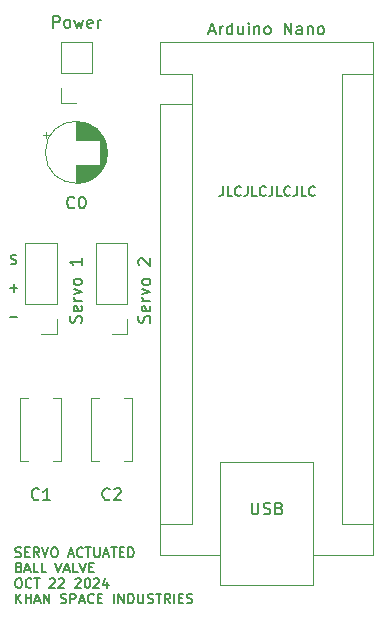
<source format=gto>
G04 #@! TF.GenerationSoftware,KiCad,Pcbnew,8.0.4*
G04 #@! TF.CreationDate,2024-10-22T19:27:37-07:00*
G04 #@! TF.ProjectId,Valve,56616c76-652e-46b6-9963-61645f706362,rev?*
G04 #@! TF.SameCoordinates,Original*
G04 #@! TF.FileFunction,Legend,Top*
G04 #@! TF.FilePolarity,Positive*
%FSLAX46Y46*%
G04 Gerber Fmt 4.6, Leading zero omitted, Abs format (unit mm)*
G04 Created by KiCad (PCBNEW 8.0.4) date 2024-10-22 19:27:37*
%MOMM*%
%LPD*%
G01*
G04 APERTURE LIST*
%ADD10C,0.152400*%
%ADD11C,0.150000*%
%ADD12C,0.120000*%
%ADD13R,1.700000X1.700000*%
%ADD14O,1.700000X1.700000*%
%ADD15C,1.600000*%
%ADD16R,1.600000X1.600000*%
%ADD17O,1.600000X1.600000*%
G04 APERTURE END LIST*
D10*
X144426015Y-89879803D02*
X144426015Y-90460375D01*
X144426015Y-90460375D02*
X144387310Y-90576489D01*
X144387310Y-90576489D02*
X144309901Y-90653899D01*
X144309901Y-90653899D02*
X144193786Y-90692603D01*
X144193786Y-90692603D02*
X144116377Y-90692603D01*
X145200110Y-90692603D02*
X144813062Y-90692603D01*
X144813062Y-90692603D02*
X144813062Y-89879803D01*
X145935500Y-90615194D02*
X145896796Y-90653899D01*
X145896796Y-90653899D02*
X145780681Y-90692603D01*
X145780681Y-90692603D02*
X145703272Y-90692603D01*
X145703272Y-90692603D02*
X145587158Y-90653899D01*
X145587158Y-90653899D02*
X145509748Y-90576489D01*
X145509748Y-90576489D02*
X145471043Y-90499079D01*
X145471043Y-90499079D02*
X145432339Y-90344260D01*
X145432339Y-90344260D02*
X145432339Y-90228146D01*
X145432339Y-90228146D02*
X145471043Y-90073327D01*
X145471043Y-90073327D02*
X145509748Y-89995918D01*
X145509748Y-89995918D02*
X145587158Y-89918508D01*
X145587158Y-89918508D02*
X145703272Y-89879803D01*
X145703272Y-89879803D02*
X145780681Y-89879803D01*
X145780681Y-89879803D02*
X145896796Y-89918508D01*
X145896796Y-89918508D02*
X145935500Y-89957213D01*
X146516072Y-89879803D02*
X146516072Y-90460375D01*
X146516072Y-90460375D02*
X146477367Y-90576489D01*
X146477367Y-90576489D02*
X146399958Y-90653899D01*
X146399958Y-90653899D02*
X146283843Y-90692603D01*
X146283843Y-90692603D02*
X146206434Y-90692603D01*
X147290167Y-90692603D02*
X146903119Y-90692603D01*
X146903119Y-90692603D02*
X146903119Y-89879803D01*
X148025557Y-90615194D02*
X147986853Y-90653899D01*
X147986853Y-90653899D02*
X147870738Y-90692603D01*
X147870738Y-90692603D02*
X147793329Y-90692603D01*
X147793329Y-90692603D02*
X147677215Y-90653899D01*
X147677215Y-90653899D02*
X147599805Y-90576489D01*
X147599805Y-90576489D02*
X147561100Y-90499079D01*
X147561100Y-90499079D02*
X147522396Y-90344260D01*
X147522396Y-90344260D02*
X147522396Y-90228146D01*
X147522396Y-90228146D02*
X147561100Y-90073327D01*
X147561100Y-90073327D02*
X147599805Y-89995918D01*
X147599805Y-89995918D02*
X147677215Y-89918508D01*
X147677215Y-89918508D02*
X147793329Y-89879803D01*
X147793329Y-89879803D02*
X147870738Y-89879803D01*
X147870738Y-89879803D02*
X147986853Y-89918508D01*
X147986853Y-89918508D02*
X148025557Y-89957213D01*
X148606129Y-89879803D02*
X148606129Y-90460375D01*
X148606129Y-90460375D02*
X148567424Y-90576489D01*
X148567424Y-90576489D02*
X148490015Y-90653899D01*
X148490015Y-90653899D02*
X148373900Y-90692603D01*
X148373900Y-90692603D02*
X148296491Y-90692603D01*
X149380224Y-90692603D02*
X148993176Y-90692603D01*
X148993176Y-90692603D02*
X148993176Y-89879803D01*
X150115614Y-90615194D02*
X150076910Y-90653899D01*
X150076910Y-90653899D02*
X149960795Y-90692603D01*
X149960795Y-90692603D02*
X149883386Y-90692603D01*
X149883386Y-90692603D02*
X149767272Y-90653899D01*
X149767272Y-90653899D02*
X149689862Y-90576489D01*
X149689862Y-90576489D02*
X149651157Y-90499079D01*
X149651157Y-90499079D02*
X149612453Y-90344260D01*
X149612453Y-90344260D02*
X149612453Y-90228146D01*
X149612453Y-90228146D02*
X149651157Y-90073327D01*
X149651157Y-90073327D02*
X149689862Y-89995918D01*
X149689862Y-89995918D02*
X149767272Y-89918508D01*
X149767272Y-89918508D02*
X149883386Y-89879803D01*
X149883386Y-89879803D02*
X149960795Y-89879803D01*
X149960795Y-89879803D02*
X150076910Y-89918508D01*
X150076910Y-89918508D02*
X150115614Y-89957213D01*
X150696186Y-89879803D02*
X150696186Y-90460375D01*
X150696186Y-90460375D02*
X150657481Y-90576489D01*
X150657481Y-90576489D02*
X150580072Y-90653899D01*
X150580072Y-90653899D02*
X150463957Y-90692603D01*
X150463957Y-90692603D02*
X150386548Y-90692603D01*
X151470281Y-90692603D02*
X151083233Y-90692603D01*
X151083233Y-90692603D02*
X151083233Y-89879803D01*
X152205671Y-90615194D02*
X152166967Y-90653899D01*
X152166967Y-90653899D02*
X152050852Y-90692603D01*
X152050852Y-90692603D02*
X151973443Y-90692603D01*
X151973443Y-90692603D02*
X151857329Y-90653899D01*
X151857329Y-90653899D02*
X151779919Y-90576489D01*
X151779919Y-90576489D02*
X151741214Y-90499079D01*
X151741214Y-90499079D02*
X151702510Y-90344260D01*
X151702510Y-90344260D02*
X151702510Y-90228146D01*
X151702510Y-90228146D02*
X151741214Y-90073327D01*
X151741214Y-90073327D02*
X151779919Y-89995918D01*
X151779919Y-89995918D02*
X151857329Y-89918508D01*
X151857329Y-89918508D02*
X151973443Y-89879803D01*
X151973443Y-89879803D02*
X152050852Y-89879803D01*
X152050852Y-89879803D02*
X152166967Y-89918508D01*
X152166967Y-89918508D02*
X152205671Y-89957213D01*
X126855082Y-121228213D02*
X126971196Y-121266917D01*
X126971196Y-121266917D02*
X127164720Y-121266917D01*
X127164720Y-121266917D02*
X127242129Y-121228213D01*
X127242129Y-121228213D02*
X127280834Y-121189508D01*
X127280834Y-121189508D02*
X127319539Y-121112098D01*
X127319539Y-121112098D02*
X127319539Y-121034689D01*
X127319539Y-121034689D02*
X127280834Y-120957279D01*
X127280834Y-120957279D02*
X127242129Y-120918574D01*
X127242129Y-120918574D02*
X127164720Y-120879870D01*
X127164720Y-120879870D02*
X127009901Y-120841165D01*
X127009901Y-120841165D02*
X126932491Y-120802460D01*
X126932491Y-120802460D02*
X126893786Y-120763755D01*
X126893786Y-120763755D02*
X126855082Y-120686346D01*
X126855082Y-120686346D02*
X126855082Y-120608936D01*
X126855082Y-120608936D02*
X126893786Y-120531527D01*
X126893786Y-120531527D02*
X126932491Y-120492822D01*
X126932491Y-120492822D02*
X127009901Y-120454117D01*
X127009901Y-120454117D02*
X127203424Y-120454117D01*
X127203424Y-120454117D02*
X127319539Y-120492822D01*
X127667881Y-120841165D02*
X127938815Y-120841165D01*
X128054929Y-121266917D02*
X127667881Y-121266917D01*
X127667881Y-121266917D02*
X127667881Y-120454117D01*
X127667881Y-120454117D02*
X128054929Y-120454117D01*
X128867728Y-121266917D02*
X128596795Y-120879870D01*
X128403271Y-121266917D02*
X128403271Y-120454117D01*
X128403271Y-120454117D02*
X128712909Y-120454117D01*
X128712909Y-120454117D02*
X128790319Y-120492822D01*
X128790319Y-120492822D02*
X128829024Y-120531527D01*
X128829024Y-120531527D02*
X128867728Y-120608936D01*
X128867728Y-120608936D02*
X128867728Y-120725051D01*
X128867728Y-120725051D02*
X128829024Y-120802460D01*
X128829024Y-120802460D02*
X128790319Y-120841165D01*
X128790319Y-120841165D02*
X128712909Y-120879870D01*
X128712909Y-120879870D02*
X128403271Y-120879870D01*
X129099957Y-120454117D02*
X129370890Y-121266917D01*
X129370890Y-121266917D02*
X129641824Y-120454117D01*
X130067576Y-120454117D02*
X130222395Y-120454117D01*
X130222395Y-120454117D02*
X130299805Y-120492822D01*
X130299805Y-120492822D02*
X130377214Y-120570232D01*
X130377214Y-120570232D02*
X130415919Y-120725051D01*
X130415919Y-120725051D02*
X130415919Y-120995984D01*
X130415919Y-120995984D02*
X130377214Y-121150803D01*
X130377214Y-121150803D02*
X130299805Y-121228213D01*
X130299805Y-121228213D02*
X130222395Y-121266917D01*
X130222395Y-121266917D02*
X130067576Y-121266917D01*
X130067576Y-121266917D02*
X129990167Y-121228213D01*
X129990167Y-121228213D02*
X129912757Y-121150803D01*
X129912757Y-121150803D02*
X129874053Y-120995984D01*
X129874053Y-120995984D02*
X129874053Y-120725051D01*
X129874053Y-120725051D02*
X129912757Y-120570232D01*
X129912757Y-120570232D02*
X129990167Y-120492822D01*
X129990167Y-120492822D02*
X130067576Y-120454117D01*
X131344834Y-121034689D02*
X131731881Y-121034689D01*
X131267424Y-121266917D02*
X131538357Y-120454117D01*
X131538357Y-120454117D02*
X131809291Y-121266917D01*
X132544681Y-121189508D02*
X132505977Y-121228213D01*
X132505977Y-121228213D02*
X132389862Y-121266917D01*
X132389862Y-121266917D02*
X132312453Y-121266917D01*
X132312453Y-121266917D02*
X132196339Y-121228213D01*
X132196339Y-121228213D02*
X132118929Y-121150803D01*
X132118929Y-121150803D02*
X132080224Y-121073393D01*
X132080224Y-121073393D02*
X132041520Y-120918574D01*
X132041520Y-120918574D02*
X132041520Y-120802460D01*
X132041520Y-120802460D02*
X132080224Y-120647641D01*
X132080224Y-120647641D02*
X132118929Y-120570232D01*
X132118929Y-120570232D02*
X132196339Y-120492822D01*
X132196339Y-120492822D02*
X132312453Y-120454117D01*
X132312453Y-120454117D02*
X132389862Y-120454117D01*
X132389862Y-120454117D02*
X132505977Y-120492822D01*
X132505977Y-120492822D02*
X132544681Y-120531527D01*
X132776910Y-120454117D02*
X133241367Y-120454117D01*
X133009139Y-121266917D02*
X133009139Y-120454117D01*
X133512300Y-120454117D02*
X133512300Y-121112098D01*
X133512300Y-121112098D02*
X133551005Y-121189508D01*
X133551005Y-121189508D02*
X133589710Y-121228213D01*
X133589710Y-121228213D02*
X133667119Y-121266917D01*
X133667119Y-121266917D02*
X133821938Y-121266917D01*
X133821938Y-121266917D02*
X133899348Y-121228213D01*
X133899348Y-121228213D02*
X133938053Y-121189508D01*
X133938053Y-121189508D02*
X133976757Y-121112098D01*
X133976757Y-121112098D02*
X133976757Y-120454117D01*
X134325101Y-121034689D02*
X134712148Y-121034689D01*
X134247691Y-121266917D02*
X134518624Y-120454117D01*
X134518624Y-120454117D02*
X134789558Y-121266917D01*
X134944377Y-120454117D02*
X135408834Y-120454117D01*
X135176606Y-121266917D02*
X135176606Y-120454117D01*
X135679767Y-120841165D02*
X135950701Y-120841165D01*
X136066815Y-121266917D02*
X135679767Y-121266917D01*
X135679767Y-121266917D02*
X135679767Y-120454117D01*
X135679767Y-120454117D02*
X136066815Y-120454117D01*
X136415157Y-121266917D02*
X136415157Y-120454117D01*
X136415157Y-120454117D02*
X136608681Y-120454117D01*
X136608681Y-120454117D02*
X136724795Y-120492822D01*
X136724795Y-120492822D02*
X136802205Y-120570232D01*
X136802205Y-120570232D02*
X136840910Y-120647641D01*
X136840910Y-120647641D02*
X136879614Y-120802460D01*
X136879614Y-120802460D02*
X136879614Y-120918574D01*
X136879614Y-120918574D02*
X136840910Y-121073393D01*
X136840910Y-121073393D02*
X136802205Y-121150803D01*
X136802205Y-121150803D02*
X136724795Y-121228213D01*
X136724795Y-121228213D02*
X136608681Y-121266917D01*
X136608681Y-121266917D02*
X136415157Y-121266917D01*
X127164720Y-122149727D02*
X127280834Y-122188432D01*
X127280834Y-122188432D02*
X127319539Y-122227136D01*
X127319539Y-122227136D02*
X127358243Y-122304546D01*
X127358243Y-122304546D02*
X127358243Y-122420660D01*
X127358243Y-122420660D02*
X127319539Y-122498070D01*
X127319539Y-122498070D02*
X127280834Y-122536775D01*
X127280834Y-122536775D02*
X127203424Y-122575479D01*
X127203424Y-122575479D02*
X126893786Y-122575479D01*
X126893786Y-122575479D02*
X126893786Y-121762679D01*
X126893786Y-121762679D02*
X127164720Y-121762679D01*
X127164720Y-121762679D02*
X127242129Y-121801384D01*
X127242129Y-121801384D02*
X127280834Y-121840089D01*
X127280834Y-121840089D02*
X127319539Y-121917498D01*
X127319539Y-121917498D02*
X127319539Y-121994908D01*
X127319539Y-121994908D02*
X127280834Y-122072317D01*
X127280834Y-122072317D02*
X127242129Y-122111022D01*
X127242129Y-122111022D02*
X127164720Y-122149727D01*
X127164720Y-122149727D02*
X126893786Y-122149727D01*
X127667882Y-122343251D02*
X128054929Y-122343251D01*
X127590472Y-122575479D02*
X127861405Y-121762679D01*
X127861405Y-121762679D02*
X128132339Y-122575479D01*
X128790320Y-122575479D02*
X128403272Y-122575479D01*
X128403272Y-122575479D02*
X128403272Y-121762679D01*
X129448301Y-122575479D02*
X129061253Y-122575479D01*
X129061253Y-122575479D02*
X129061253Y-121762679D01*
X130222396Y-121762679D02*
X130493329Y-122575479D01*
X130493329Y-122575479D02*
X130764263Y-121762679D01*
X130996492Y-122343251D02*
X131383539Y-122343251D01*
X130919082Y-122575479D02*
X131190015Y-121762679D01*
X131190015Y-121762679D02*
X131460949Y-122575479D01*
X132118930Y-122575479D02*
X131731882Y-122575479D01*
X131731882Y-122575479D02*
X131731882Y-121762679D01*
X132273749Y-121762679D02*
X132544682Y-122575479D01*
X132544682Y-122575479D02*
X132815616Y-121762679D01*
X133086549Y-122149727D02*
X133357483Y-122149727D01*
X133473597Y-122575479D02*
X133086549Y-122575479D01*
X133086549Y-122575479D02*
X133086549Y-121762679D01*
X133086549Y-121762679D02*
X133473597Y-121762679D01*
X127048605Y-123071241D02*
X127203424Y-123071241D01*
X127203424Y-123071241D02*
X127280834Y-123109946D01*
X127280834Y-123109946D02*
X127358243Y-123187356D01*
X127358243Y-123187356D02*
X127396948Y-123342175D01*
X127396948Y-123342175D02*
X127396948Y-123613108D01*
X127396948Y-123613108D02*
X127358243Y-123767927D01*
X127358243Y-123767927D02*
X127280834Y-123845337D01*
X127280834Y-123845337D02*
X127203424Y-123884041D01*
X127203424Y-123884041D02*
X127048605Y-123884041D01*
X127048605Y-123884041D02*
X126971196Y-123845337D01*
X126971196Y-123845337D02*
X126893786Y-123767927D01*
X126893786Y-123767927D02*
X126855082Y-123613108D01*
X126855082Y-123613108D02*
X126855082Y-123342175D01*
X126855082Y-123342175D02*
X126893786Y-123187356D01*
X126893786Y-123187356D02*
X126971196Y-123109946D01*
X126971196Y-123109946D02*
X127048605Y-123071241D01*
X128209748Y-123806632D02*
X128171044Y-123845337D01*
X128171044Y-123845337D02*
X128054929Y-123884041D01*
X128054929Y-123884041D02*
X127977520Y-123884041D01*
X127977520Y-123884041D02*
X127861406Y-123845337D01*
X127861406Y-123845337D02*
X127783996Y-123767927D01*
X127783996Y-123767927D02*
X127745291Y-123690517D01*
X127745291Y-123690517D02*
X127706587Y-123535698D01*
X127706587Y-123535698D02*
X127706587Y-123419584D01*
X127706587Y-123419584D02*
X127745291Y-123264765D01*
X127745291Y-123264765D02*
X127783996Y-123187356D01*
X127783996Y-123187356D02*
X127861406Y-123109946D01*
X127861406Y-123109946D02*
X127977520Y-123071241D01*
X127977520Y-123071241D02*
X128054929Y-123071241D01*
X128054929Y-123071241D02*
X128171044Y-123109946D01*
X128171044Y-123109946D02*
X128209748Y-123148651D01*
X128441977Y-123071241D02*
X128906434Y-123071241D01*
X128674206Y-123884041D02*
X128674206Y-123071241D01*
X129757939Y-123148651D02*
X129796643Y-123109946D01*
X129796643Y-123109946D02*
X129874053Y-123071241D01*
X129874053Y-123071241D02*
X130067577Y-123071241D01*
X130067577Y-123071241D02*
X130144986Y-123109946D01*
X130144986Y-123109946D02*
X130183691Y-123148651D01*
X130183691Y-123148651D02*
X130222396Y-123226060D01*
X130222396Y-123226060D02*
X130222396Y-123303470D01*
X130222396Y-123303470D02*
X130183691Y-123419584D01*
X130183691Y-123419584D02*
X129719234Y-123884041D01*
X129719234Y-123884041D02*
X130222396Y-123884041D01*
X130532034Y-123148651D02*
X130570738Y-123109946D01*
X130570738Y-123109946D02*
X130648148Y-123071241D01*
X130648148Y-123071241D02*
X130841672Y-123071241D01*
X130841672Y-123071241D02*
X130919081Y-123109946D01*
X130919081Y-123109946D02*
X130957786Y-123148651D01*
X130957786Y-123148651D02*
X130996491Y-123226060D01*
X130996491Y-123226060D02*
X130996491Y-123303470D01*
X130996491Y-123303470D02*
X130957786Y-123419584D01*
X130957786Y-123419584D02*
X130493329Y-123884041D01*
X130493329Y-123884041D02*
X130996491Y-123884041D01*
X131925405Y-123148651D02*
X131964109Y-123109946D01*
X131964109Y-123109946D02*
X132041519Y-123071241D01*
X132041519Y-123071241D02*
X132235043Y-123071241D01*
X132235043Y-123071241D02*
X132312452Y-123109946D01*
X132312452Y-123109946D02*
X132351157Y-123148651D01*
X132351157Y-123148651D02*
X132389862Y-123226060D01*
X132389862Y-123226060D02*
X132389862Y-123303470D01*
X132389862Y-123303470D02*
X132351157Y-123419584D01*
X132351157Y-123419584D02*
X131886700Y-123884041D01*
X131886700Y-123884041D02*
X132389862Y-123884041D01*
X132893023Y-123071241D02*
X132970433Y-123071241D01*
X132970433Y-123071241D02*
X133047842Y-123109946D01*
X133047842Y-123109946D02*
X133086547Y-123148651D01*
X133086547Y-123148651D02*
X133125252Y-123226060D01*
X133125252Y-123226060D02*
X133163957Y-123380879D01*
X133163957Y-123380879D02*
X133163957Y-123574403D01*
X133163957Y-123574403D02*
X133125252Y-123729222D01*
X133125252Y-123729222D02*
X133086547Y-123806632D01*
X133086547Y-123806632D02*
X133047842Y-123845337D01*
X133047842Y-123845337D02*
X132970433Y-123884041D01*
X132970433Y-123884041D02*
X132893023Y-123884041D01*
X132893023Y-123884041D02*
X132815614Y-123845337D01*
X132815614Y-123845337D02*
X132776909Y-123806632D01*
X132776909Y-123806632D02*
X132738204Y-123729222D01*
X132738204Y-123729222D02*
X132699500Y-123574403D01*
X132699500Y-123574403D02*
X132699500Y-123380879D01*
X132699500Y-123380879D02*
X132738204Y-123226060D01*
X132738204Y-123226060D02*
X132776909Y-123148651D01*
X132776909Y-123148651D02*
X132815614Y-123109946D01*
X132815614Y-123109946D02*
X132893023Y-123071241D01*
X133473595Y-123148651D02*
X133512299Y-123109946D01*
X133512299Y-123109946D02*
X133589709Y-123071241D01*
X133589709Y-123071241D02*
X133783233Y-123071241D01*
X133783233Y-123071241D02*
X133860642Y-123109946D01*
X133860642Y-123109946D02*
X133899347Y-123148651D01*
X133899347Y-123148651D02*
X133938052Y-123226060D01*
X133938052Y-123226060D02*
X133938052Y-123303470D01*
X133938052Y-123303470D02*
X133899347Y-123419584D01*
X133899347Y-123419584D02*
X133434890Y-123884041D01*
X133434890Y-123884041D02*
X133938052Y-123884041D01*
X134634737Y-123342175D02*
X134634737Y-123884041D01*
X134441213Y-123032537D02*
X134247690Y-123613108D01*
X134247690Y-123613108D02*
X134750851Y-123613108D01*
X126893786Y-125192603D02*
X126893786Y-124379803D01*
X127358243Y-125192603D02*
X127009901Y-124728146D01*
X127358243Y-124379803D02*
X126893786Y-124844260D01*
X127706586Y-125192603D02*
X127706586Y-124379803D01*
X127706586Y-124766851D02*
X128171043Y-124766851D01*
X128171043Y-125192603D02*
X128171043Y-124379803D01*
X128519387Y-124960375D02*
X128906434Y-124960375D01*
X128441977Y-125192603D02*
X128712910Y-124379803D01*
X128712910Y-124379803D02*
X128983844Y-125192603D01*
X129254777Y-125192603D02*
X129254777Y-124379803D01*
X129254777Y-124379803D02*
X129719234Y-125192603D01*
X129719234Y-125192603D02*
X129719234Y-124379803D01*
X130686854Y-125153899D02*
X130802968Y-125192603D01*
X130802968Y-125192603D02*
X130996492Y-125192603D01*
X130996492Y-125192603D02*
X131073901Y-125153899D01*
X131073901Y-125153899D02*
X131112606Y-125115194D01*
X131112606Y-125115194D02*
X131151311Y-125037784D01*
X131151311Y-125037784D02*
X131151311Y-124960375D01*
X131151311Y-124960375D02*
X131112606Y-124882965D01*
X131112606Y-124882965D02*
X131073901Y-124844260D01*
X131073901Y-124844260D02*
X130996492Y-124805556D01*
X130996492Y-124805556D02*
X130841673Y-124766851D01*
X130841673Y-124766851D02*
X130764263Y-124728146D01*
X130764263Y-124728146D02*
X130725558Y-124689441D01*
X130725558Y-124689441D02*
X130686854Y-124612032D01*
X130686854Y-124612032D02*
X130686854Y-124534622D01*
X130686854Y-124534622D02*
X130725558Y-124457213D01*
X130725558Y-124457213D02*
X130764263Y-124418508D01*
X130764263Y-124418508D02*
X130841673Y-124379803D01*
X130841673Y-124379803D02*
X131035196Y-124379803D01*
X131035196Y-124379803D02*
X131151311Y-124418508D01*
X131499653Y-125192603D02*
X131499653Y-124379803D01*
X131499653Y-124379803D02*
X131809291Y-124379803D01*
X131809291Y-124379803D02*
X131886701Y-124418508D01*
X131886701Y-124418508D02*
X131925406Y-124457213D01*
X131925406Y-124457213D02*
X131964110Y-124534622D01*
X131964110Y-124534622D02*
X131964110Y-124650737D01*
X131964110Y-124650737D02*
X131925406Y-124728146D01*
X131925406Y-124728146D02*
X131886701Y-124766851D01*
X131886701Y-124766851D02*
X131809291Y-124805556D01*
X131809291Y-124805556D02*
X131499653Y-124805556D01*
X132273749Y-124960375D02*
X132660796Y-124960375D01*
X132196339Y-125192603D02*
X132467272Y-124379803D01*
X132467272Y-124379803D02*
X132738206Y-125192603D01*
X133473596Y-125115194D02*
X133434892Y-125153899D01*
X133434892Y-125153899D02*
X133318777Y-125192603D01*
X133318777Y-125192603D02*
X133241368Y-125192603D01*
X133241368Y-125192603D02*
X133125254Y-125153899D01*
X133125254Y-125153899D02*
X133047844Y-125076489D01*
X133047844Y-125076489D02*
X133009139Y-124999079D01*
X133009139Y-124999079D02*
X132970435Y-124844260D01*
X132970435Y-124844260D02*
X132970435Y-124728146D01*
X132970435Y-124728146D02*
X133009139Y-124573327D01*
X133009139Y-124573327D02*
X133047844Y-124495918D01*
X133047844Y-124495918D02*
X133125254Y-124418508D01*
X133125254Y-124418508D02*
X133241368Y-124379803D01*
X133241368Y-124379803D02*
X133318777Y-124379803D01*
X133318777Y-124379803D02*
X133434892Y-124418508D01*
X133434892Y-124418508D02*
X133473596Y-124457213D01*
X133821939Y-124766851D02*
X134092873Y-124766851D01*
X134208987Y-125192603D02*
X133821939Y-125192603D01*
X133821939Y-125192603D02*
X133821939Y-124379803D01*
X133821939Y-124379803D02*
X134208987Y-124379803D01*
X135176605Y-125192603D02*
X135176605Y-124379803D01*
X135563653Y-125192603D02*
X135563653Y-124379803D01*
X135563653Y-124379803D02*
X136028110Y-125192603D01*
X136028110Y-125192603D02*
X136028110Y-124379803D01*
X136415158Y-125192603D02*
X136415158Y-124379803D01*
X136415158Y-124379803D02*
X136608682Y-124379803D01*
X136608682Y-124379803D02*
X136724796Y-124418508D01*
X136724796Y-124418508D02*
X136802206Y-124495918D01*
X136802206Y-124495918D02*
X136840911Y-124573327D01*
X136840911Y-124573327D02*
X136879615Y-124728146D01*
X136879615Y-124728146D02*
X136879615Y-124844260D01*
X136879615Y-124844260D02*
X136840911Y-124999079D01*
X136840911Y-124999079D02*
X136802206Y-125076489D01*
X136802206Y-125076489D02*
X136724796Y-125153899D01*
X136724796Y-125153899D02*
X136608682Y-125192603D01*
X136608682Y-125192603D02*
X136415158Y-125192603D01*
X137227958Y-124379803D02*
X137227958Y-125037784D01*
X137227958Y-125037784D02*
X137266663Y-125115194D01*
X137266663Y-125115194D02*
X137305368Y-125153899D01*
X137305368Y-125153899D02*
X137382777Y-125192603D01*
X137382777Y-125192603D02*
X137537596Y-125192603D01*
X137537596Y-125192603D02*
X137615006Y-125153899D01*
X137615006Y-125153899D02*
X137653711Y-125115194D01*
X137653711Y-125115194D02*
X137692415Y-125037784D01*
X137692415Y-125037784D02*
X137692415Y-124379803D01*
X138040759Y-125153899D02*
X138156873Y-125192603D01*
X138156873Y-125192603D02*
X138350397Y-125192603D01*
X138350397Y-125192603D02*
X138427806Y-125153899D01*
X138427806Y-125153899D02*
X138466511Y-125115194D01*
X138466511Y-125115194D02*
X138505216Y-125037784D01*
X138505216Y-125037784D02*
X138505216Y-124960375D01*
X138505216Y-124960375D02*
X138466511Y-124882965D01*
X138466511Y-124882965D02*
X138427806Y-124844260D01*
X138427806Y-124844260D02*
X138350397Y-124805556D01*
X138350397Y-124805556D02*
X138195578Y-124766851D01*
X138195578Y-124766851D02*
X138118168Y-124728146D01*
X138118168Y-124728146D02*
X138079463Y-124689441D01*
X138079463Y-124689441D02*
X138040759Y-124612032D01*
X138040759Y-124612032D02*
X138040759Y-124534622D01*
X138040759Y-124534622D02*
X138079463Y-124457213D01*
X138079463Y-124457213D02*
X138118168Y-124418508D01*
X138118168Y-124418508D02*
X138195578Y-124379803D01*
X138195578Y-124379803D02*
X138389101Y-124379803D01*
X138389101Y-124379803D02*
X138505216Y-124418508D01*
X138737444Y-124379803D02*
X139201901Y-124379803D01*
X138969673Y-125192603D02*
X138969673Y-124379803D01*
X139937291Y-125192603D02*
X139666358Y-124805556D01*
X139472834Y-125192603D02*
X139472834Y-124379803D01*
X139472834Y-124379803D02*
X139782472Y-124379803D01*
X139782472Y-124379803D02*
X139859882Y-124418508D01*
X139859882Y-124418508D02*
X139898587Y-124457213D01*
X139898587Y-124457213D02*
X139937291Y-124534622D01*
X139937291Y-124534622D02*
X139937291Y-124650737D01*
X139937291Y-124650737D02*
X139898587Y-124728146D01*
X139898587Y-124728146D02*
X139859882Y-124766851D01*
X139859882Y-124766851D02*
X139782472Y-124805556D01*
X139782472Y-124805556D02*
X139472834Y-124805556D01*
X140285634Y-125192603D02*
X140285634Y-124379803D01*
X140672682Y-124766851D02*
X140943616Y-124766851D01*
X141059730Y-125192603D02*
X140672682Y-125192603D01*
X140672682Y-125192603D02*
X140672682Y-124379803D01*
X140672682Y-124379803D02*
X141059730Y-124379803D01*
X141369368Y-125153899D02*
X141485482Y-125192603D01*
X141485482Y-125192603D02*
X141679006Y-125192603D01*
X141679006Y-125192603D02*
X141756415Y-125153899D01*
X141756415Y-125153899D02*
X141795120Y-125115194D01*
X141795120Y-125115194D02*
X141833825Y-125037784D01*
X141833825Y-125037784D02*
X141833825Y-124960375D01*
X141833825Y-124960375D02*
X141795120Y-124882965D01*
X141795120Y-124882965D02*
X141756415Y-124844260D01*
X141756415Y-124844260D02*
X141679006Y-124805556D01*
X141679006Y-124805556D02*
X141524187Y-124766851D01*
X141524187Y-124766851D02*
X141446777Y-124728146D01*
X141446777Y-124728146D02*
X141408072Y-124689441D01*
X141408072Y-124689441D02*
X141369368Y-124612032D01*
X141369368Y-124612032D02*
X141369368Y-124534622D01*
X141369368Y-124534622D02*
X141408072Y-124457213D01*
X141408072Y-124457213D02*
X141446777Y-124418508D01*
X141446777Y-124418508D02*
X141524187Y-124379803D01*
X141524187Y-124379803D02*
X141717710Y-124379803D01*
X141717710Y-124379803D02*
X141833825Y-124418508D01*
X126455082Y-96453899D02*
X126571196Y-96492603D01*
X126571196Y-96492603D02*
X126764720Y-96492603D01*
X126764720Y-96492603D02*
X126842129Y-96453899D01*
X126842129Y-96453899D02*
X126880834Y-96415194D01*
X126880834Y-96415194D02*
X126919539Y-96337784D01*
X126919539Y-96337784D02*
X126919539Y-96260375D01*
X126919539Y-96260375D02*
X126880834Y-96182965D01*
X126880834Y-96182965D02*
X126842129Y-96144260D01*
X126842129Y-96144260D02*
X126764720Y-96105556D01*
X126764720Y-96105556D02*
X126609901Y-96066851D01*
X126609901Y-96066851D02*
X126532491Y-96028146D01*
X126532491Y-96028146D02*
X126493786Y-95989441D01*
X126493786Y-95989441D02*
X126455082Y-95912032D01*
X126455082Y-95912032D02*
X126455082Y-95834622D01*
X126455082Y-95834622D02*
X126493786Y-95757213D01*
X126493786Y-95757213D02*
X126532491Y-95718508D01*
X126532491Y-95718508D02*
X126609901Y-95679803D01*
X126609901Y-95679803D02*
X126803424Y-95679803D01*
X126803424Y-95679803D02*
X126919539Y-95718508D01*
X126393786Y-100982965D02*
X127013063Y-100982965D01*
X126393786Y-98482965D02*
X127013063Y-98482965D01*
X126703424Y-98792603D02*
X126703424Y-98173327D01*
D11*
X132407200Y-101414285D02*
X132454819Y-101271428D01*
X132454819Y-101271428D02*
X132454819Y-101033333D01*
X132454819Y-101033333D02*
X132407200Y-100938095D01*
X132407200Y-100938095D02*
X132359580Y-100890476D01*
X132359580Y-100890476D02*
X132264342Y-100842857D01*
X132264342Y-100842857D02*
X132169104Y-100842857D01*
X132169104Y-100842857D02*
X132073866Y-100890476D01*
X132073866Y-100890476D02*
X132026247Y-100938095D01*
X132026247Y-100938095D02*
X131978628Y-101033333D01*
X131978628Y-101033333D02*
X131931009Y-101223809D01*
X131931009Y-101223809D02*
X131883390Y-101319047D01*
X131883390Y-101319047D02*
X131835771Y-101366666D01*
X131835771Y-101366666D02*
X131740533Y-101414285D01*
X131740533Y-101414285D02*
X131645295Y-101414285D01*
X131645295Y-101414285D02*
X131550057Y-101366666D01*
X131550057Y-101366666D02*
X131502438Y-101319047D01*
X131502438Y-101319047D02*
X131454819Y-101223809D01*
X131454819Y-101223809D02*
X131454819Y-100985714D01*
X131454819Y-100985714D02*
X131502438Y-100842857D01*
X132407200Y-100033333D02*
X132454819Y-100128571D01*
X132454819Y-100128571D02*
X132454819Y-100319047D01*
X132454819Y-100319047D02*
X132407200Y-100414285D01*
X132407200Y-100414285D02*
X132311961Y-100461904D01*
X132311961Y-100461904D02*
X131931009Y-100461904D01*
X131931009Y-100461904D02*
X131835771Y-100414285D01*
X131835771Y-100414285D02*
X131788152Y-100319047D01*
X131788152Y-100319047D02*
X131788152Y-100128571D01*
X131788152Y-100128571D02*
X131835771Y-100033333D01*
X131835771Y-100033333D02*
X131931009Y-99985714D01*
X131931009Y-99985714D02*
X132026247Y-99985714D01*
X132026247Y-99985714D02*
X132121485Y-100461904D01*
X132454819Y-99557142D02*
X131788152Y-99557142D01*
X131978628Y-99557142D02*
X131883390Y-99509523D01*
X131883390Y-99509523D02*
X131835771Y-99461904D01*
X131835771Y-99461904D02*
X131788152Y-99366666D01*
X131788152Y-99366666D02*
X131788152Y-99271428D01*
X131788152Y-99033332D02*
X132454819Y-98795237D01*
X132454819Y-98795237D02*
X131788152Y-98557142D01*
X132454819Y-98033332D02*
X132407200Y-98128570D01*
X132407200Y-98128570D02*
X132359580Y-98176189D01*
X132359580Y-98176189D02*
X132264342Y-98223808D01*
X132264342Y-98223808D02*
X131978628Y-98223808D01*
X131978628Y-98223808D02*
X131883390Y-98176189D01*
X131883390Y-98176189D02*
X131835771Y-98128570D01*
X131835771Y-98128570D02*
X131788152Y-98033332D01*
X131788152Y-98033332D02*
X131788152Y-97890475D01*
X131788152Y-97890475D02*
X131835771Y-97795237D01*
X131835771Y-97795237D02*
X131883390Y-97747618D01*
X131883390Y-97747618D02*
X131978628Y-97699999D01*
X131978628Y-97699999D02*
X132264342Y-97699999D01*
X132264342Y-97699999D02*
X132359580Y-97747618D01*
X132359580Y-97747618D02*
X132407200Y-97795237D01*
X132407200Y-97795237D02*
X132454819Y-97890475D01*
X132454819Y-97890475D02*
X132454819Y-98033332D01*
X132454819Y-95985713D02*
X132454819Y-96557141D01*
X132454819Y-96271427D02*
X131454819Y-96271427D01*
X131454819Y-96271427D02*
X131597676Y-96366665D01*
X131597676Y-96366665D02*
X131692914Y-96461903D01*
X131692914Y-96461903D02*
X131740533Y-96557141D01*
X134833333Y-116359580D02*
X134785714Y-116407200D01*
X134785714Y-116407200D02*
X134642857Y-116454819D01*
X134642857Y-116454819D02*
X134547619Y-116454819D01*
X134547619Y-116454819D02*
X134404762Y-116407200D01*
X134404762Y-116407200D02*
X134309524Y-116311961D01*
X134309524Y-116311961D02*
X134261905Y-116216723D01*
X134261905Y-116216723D02*
X134214286Y-116026247D01*
X134214286Y-116026247D02*
X134214286Y-115883390D01*
X134214286Y-115883390D02*
X134261905Y-115692914D01*
X134261905Y-115692914D02*
X134309524Y-115597676D01*
X134309524Y-115597676D02*
X134404762Y-115502438D01*
X134404762Y-115502438D02*
X134547619Y-115454819D01*
X134547619Y-115454819D02*
X134642857Y-115454819D01*
X134642857Y-115454819D02*
X134785714Y-115502438D01*
X134785714Y-115502438D02*
X134833333Y-115550057D01*
X135214286Y-115550057D02*
X135261905Y-115502438D01*
X135261905Y-115502438D02*
X135357143Y-115454819D01*
X135357143Y-115454819D02*
X135595238Y-115454819D01*
X135595238Y-115454819D02*
X135690476Y-115502438D01*
X135690476Y-115502438D02*
X135738095Y-115550057D01*
X135738095Y-115550057D02*
X135785714Y-115645295D01*
X135785714Y-115645295D02*
X135785714Y-115740533D01*
X135785714Y-115740533D02*
X135738095Y-115883390D01*
X135738095Y-115883390D02*
X135166667Y-116454819D01*
X135166667Y-116454819D02*
X135785714Y-116454819D01*
X131833333Y-91659580D02*
X131785714Y-91707200D01*
X131785714Y-91707200D02*
X131642857Y-91754819D01*
X131642857Y-91754819D02*
X131547619Y-91754819D01*
X131547619Y-91754819D02*
X131404762Y-91707200D01*
X131404762Y-91707200D02*
X131309524Y-91611961D01*
X131309524Y-91611961D02*
X131261905Y-91516723D01*
X131261905Y-91516723D02*
X131214286Y-91326247D01*
X131214286Y-91326247D02*
X131214286Y-91183390D01*
X131214286Y-91183390D02*
X131261905Y-90992914D01*
X131261905Y-90992914D02*
X131309524Y-90897676D01*
X131309524Y-90897676D02*
X131404762Y-90802438D01*
X131404762Y-90802438D02*
X131547619Y-90754819D01*
X131547619Y-90754819D02*
X131642857Y-90754819D01*
X131642857Y-90754819D02*
X131785714Y-90802438D01*
X131785714Y-90802438D02*
X131833333Y-90850057D01*
X132452381Y-90754819D02*
X132547619Y-90754819D01*
X132547619Y-90754819D02*
X132642857Y-90802438D01*
X132642857Y-90802438D02*
X132690476Y-90850057D01*
X132690476Y-90850057D02*
X132738095Y-90945295D01*
X132738095Y-90945295D02*
X132785714Y-91135771D01*
X132785714Y-91135771D02*
X132785714Y-91373866D01*
X132785714Y-91373866D02*
X132738095Y-91564342D01*
X132738095Y-91564342D02*
X132690476Y-91659580D01*
X132690476Y-91659580D02*
X132642857Y-91707200D01*
X132642857Y-91707200D02*
X132547619Y-91754819D01*
X132547619Y-91754819D02*
X132452381Y-91754819D01*
X132452381Y-91754819D02*
X132357143Y-91707200D01*
X132357143Y-91707200D02*
X132309524Y-91659580D01*
X132309524Y-91659580D02*
X132261905Y-91564342D01*
X132261905Y-91564342D02*
X132214286Y-91373866D01*
X132214286Y-91373866D02*
X132214286Y-91135771D01*
X132214286Y-91135771D02*
X132261905Y-90945295D01*
X132261905Y-90945295D02*
X132309524Y-90850057D01*
X132309524Y-90850057D02*
X132357143Y-90802438D01*
X132357143Y-90802438D02*
X132452381Y-90754819D01*
X128833333Y-116359580D02*
X128785714Y-116407200D01*
X128785714Y-116407200D02*
X128642857Y-116454819D01*
X128642857Y-116454819D02*
X128547619Y-116454819D01*
X128547619Y-116454819D02*
X128404762Y-116407200D01*
X128404762Y-116407200D02*
X128309524Y-116311961D01*
X128309524Y-116311961D02*
X128261905Y-116216723D01*
X128261905Y-116216723D02*
X128214286Y-116026247D01*
X128214286Y-116026247D02*
X128214286Y-115883390D01*
X128214286Y-115883390D02*
X128261905Y-115692914D01*
X128261905Y-115692914D02*
X128309524Y-115597676D01*
X128309524Y-115597676D02*
X128404762Y-115502438D01*
X128404762Y-115502438D02*
X128547619Y-115454819D01*
X128547619Y-115454819D02*
X128642857Y-115454819D01*
X128642857Y-115454819D02*
X128785714Y-115502438D01*
X128785714Y-115502438D02*
X128833333Y-115550057D01*
X129785714Y-116454819D02*
X129214286Y-116454819D01*
X129500000Y-116454819D02*
X129500000Y-115454819D01*
X129500000Y-115454819D02*
X129404762Y-115597676D01*
X129404762Y-115597676D02*
X129309524Y-115692914D01*
X129309524Y-115692914D02*
X129214286Y-115740533D01*
X138207200Y-101414285D02*
X138254819Y-101271428D01*
X138254819Y-101271428D02*
X138254819Y-101033333D01*
X138254819Y-101033333D02*
X138207200Y-100938095D01*
X138207200Y-100938095D02*
X138159580Y-100890476D01*
X138159580Y-100890476D02*
X138064342Y-100842857D01*
X138064342Y-100842857D02*
X137969104Y-100842857D01*
X137969104Y-100842857D02*
X137873866Y-100890476D01*
X137873866Y-100890476D02*
X137826247Y-100938095D01*
X137826247Y-100938095D02*
X137778628Y-101033333D01*
X137778628Y-101033333D02*
X137731009Y-101223809D01*
X137731009Y-101223809D02*
X137683390Y-101319047D01*
X137683390Y-101319047D02*
X137635771Y-101366666D01*
X137635771Y-101366666D02*
X137540533Y-101414285D01*
X137540533Y-101414285D02*
X137445295Y-101414285D01*
X137445295Y-101414285D02*
X137350057Y-101366666D01*
X137350057Y-101366666D02*
X137302438Y-101319047D01*
X137302438Y-101319047D02*
X137254819Y-101223809D01*
X137254819Y-101223809D02*
X137254819Y-100985714D01*
X137254819Y-100985714D02*
X137302438Y-100842857D01*
X138207200Y-100033333D02*
X138254819Y-100128571D01*
X138254819Y-100128571D02*
X138254819Y-100319047D01*
X138254819Y-100319047D02*
X138207200Y-100414285D01*
X138207200Y-100414285D02*
X138111961Y-100461904D01*
X138111961Y-100461904D02*
X137731009Y-100461904D01*
X137731009Y-100461904D02*
X137635771Y-100414285D01*
X137635771Y-100414285D02*
X137588152Y-100319047D01*
X137588152Y-100319047D02*
X137588152Y-100128571D01*
X137588152Y-100128571D02*
X137635771Y-100033333D01*
X137635771Y-100033333D02*
X137731009Y-99985714D01*
X137731009Y-99985714D02*
X137826247Y-99985714D01*
X137826247Y-99985714D02*
X137921485Y-100461904D01*
X138254819Y-99557142D02*
X137588152Y-99557142D01*
X137778628Y-99557142D02*
X137683390Y-99509523D01*
X137683390Y-99509523D02*
X137635771Y-99461904D01*
X137635771Y-99461904D02*
X137588152Y-99366666D01*
X137588152Y-99366666D02*
X137588152Y-99271428D01*
X137588152Y-99033332D02*
X138254819Y-98795237D01*
X138254819Y-98795237D02*
X137588152Y-98557142D01*
X138254819Y-98033332D02*
X138207200Y-98128570D01*
X138207200Y-98128570D02*
X138159580Y-98176189D01*
X138159580Y-98176189D02*
X138064342Y-98223808D01*
X138064342Y-98223808D02*
X137778628Y-98223808D01*
X137778628Y-98223808D02*
X137683390Y-98176189D01*
X137683390Y-98176189D02*
X137635771Y-98128570D01*
X137635771Y-98128570D02*
X137588152Y-98033332D01*
X137588152Y-98033332D02*
X137588152Y-97890475D01*
X137588152Y-97890475D02*
X137635771Y-97795237D01*
X137635771Y-97795237D02*
X137683390Y-97747618D01*
X137683390Y-97747618D02*
X137778628Y-97699999D01*
X137778628Y-97699999D02*
X138064342Y-97699999D01*
X138064342Y-97699999D02*
X138159580Y-97747618D01*
X138159580Y-97747618D02*
X138207200Y-97795237D01*
X138207200Y-97795237D02*
X138254819Y-97890475D01*
X138254819Y-97890475D02*
X138254819Y-98033332D01*
X137350057Y-96557141D02*
X137302438Y-96509522D01*
X137302438Y-96509522D02*
X137254819Y-96414284D01*
X137254819Y-96414284D02*
X137254819Y-96176189D01*
X137254819Y-96176189D02*
X137302438Y-96080951D01*
X137302438Y-96080951D02*
X137350057Y-96033332D01*
X137350057Y-96033332D02*
X137445295Y-95985713D01*
X137445295Y-95985713D02*
X137540533Y-95985713D01*
X137540533Y-95985713D02*
X137683390Y-96033332D01*
X137683390Y-96033332D02*
X138254819Y-96604760D01*
X138254819Y-96604760D02*
X138254819Y-95985713D01*
X143262857Y-76729104D02*
X143739047Y-76729104D01*
X143167619Y-77014819D02*
X143500952Y-76014819D01*
X143500952Y-76014819D02*
X143834285Y-77014819D01*
X144167619Y-77014819D02*
X144167619Y-76348152D01*
X144167619Y-76538628D02*
X144215238Y-76443390D01*
X144215238Y-76443390D02*
X144262857Y-76395771D01*
X144262857Y-76395771D02*
X144358095Y-76348152D01*
X144358095Y-76348152D02*
X144453333Y-76348152D01*
X145215238Y-77014819D02*
X145215238Y-76014819D01*
X145215238Y-76967200D02*
X145120000Y-77014819D01*
X145120000Y-77014819D02*
X144929524Y-77014819D01*
X144929524Y-77014819D02*
X144834286Y-76967200D01*
X144834286Y-76967200D02*
X144786667Y-76919580D01*
X144786667Y-76919580D02*
X144739048Y-76824342D01*
X144739048Y-76824342D02*
X144739048Y-76538628D01*
X144739048Y-76538628D02*
X144786667Y-76443390D01*
X144786667Y-76443390D02*
X144834286Y-76395771D01*
X144834286Y-76395771D02*
X144929524Y-76348152D01*
X144929524Y-76348152D02*
X145120000Y-76348152D01*
X145120000Y-76348152D02*
X145215238Y-76395771D01*
X146120000Y-76348152D02*
X146120000Y-77014819D01*
X145691429Y-76348152D02*
X145691429Y-76871961D01*
X145691429Y-76871961D02*
X145739048Y-76967200D01*
X145739048Y-76967200D02*
X145834286Y-77014819D01*
X145834286Y-77014819D02*
X145977143Y-77014819D01*
X145977143Y-77014819D02*
X146072381Y-76967200D01*
X146072381Y-76967200D02*
X146120000Y-76919580D01*
X146596191Y-77014819D02*
X146596191Y-76348152D01*
X146596191Y-76014819D02*
X146548572Y-76062438D01*
X146548572Y-76062438D02*
X146596191Y-76110057D01*
X146596191Y-76110057D02*
X146643810Y-76062438D01*
X146643810Y-76062438D02*
X146596191Y-76014819D01*
X146596191Y-76014819D02*
X146596191Y-76110057D01*
X147072381Y-76348152D02*
X147072381Y-77014819D01*
X147072381Y-76443390D02*
X147120000Y-76395771D01*
X147120000Y-76395771D02*
X147215238Y-76348152D01*
X147215238Y-76348152D02*
X147358095Y-76348152D01*
X147358095Y-76348152D02*
X147453333Y-76395771D01*
X147453333Y-76395771D02*
X147500952Y-76491009D01*
X147500952Y-76491009D02*
X147500952Y-77014819D01*
X148120000Y-77014819D02*
X148024762Y-76967200D01*
X148024762Y-76967200D02*
X147977143Y-76919580D01*
X147977143Y-76919580D02*
X147929524Y-76824342D01*
X147929524Y-76824342D02*
X147929524Y-76538628D01*
X147929524Y-76538628D02*
X147977143Y-76443390D01*
X147977143Y-76443390D02*
X148024762Y-76395771D01*
X148024762Y-76395771D02*
X148120000Y-76348152D01*
X148120000Y-76348152D02*
X148262857Y-76348152D01*
X148262857Y-76348152D02*
X148358095Y-76395771D01*
X148358095Y-76395771D02*
X148405714Y-76443390D01*
X148405714Y-76443390D02*
X148453333Y-76538628D01*
X148453333Y-76538628D02*
X148453333Y-76824342D01*
X148453333Y-76824342D02*
X148405714Y-76919580D01*
X148405714Y-76919580D02*
X148358095Y-76967200D01*
X148358095Y-76967200D02*
X148262857Y-77014819D01*
X148262857Y-77014819D02*
X148120000Y-77014819D01*
X149643810Y-77014819D02*
X149643810Y-76014819D01*
X149643810Y-76014819D02*
X150215238Y-77014819D01*
X150215238Y-77014819D02*
X150215238Y-76014819D01*
X151120000Y-77014819D02*
X151120000Y-76491009D01*
X151120000Y-76491009D02*
X151072381Y-76395771D01*
X151072381Y-76395771D02*
X150977143Y-76348152D01*
X150977143Y-76348152D02*
X150786667Y-76348152D01*
X150786667Y-76348152D02*
X150691429Y-76395771D01*
X151120000Y-76967200D02*
X151024762Y-77014819D01*
X151024762Y-77014819D02*
X150786667Y-77014819D01*
X150786667Y-77014819D02*
X150691429Y-76967200D01*
X150691429Y-76967200D02*
X150643810Y-76871961D01*
X150643810Y-76871961D02*
X150643810Y-76776723D01*
X150643810Y-76776723D02*
X150691429Y-76681485D01*
X150691429Y-76681485D02*
X150786667Y-76633866D01*
X150786667Y-76633866D02*
X151024762Y-76633866D01*
X151024762Y-76633866D02*
X151120000Y-76586247D01*
X151596191Y-76348152D02*
X151596191Y-77014819D01*
X151596191Y-76443390D02*
X151643810Y-76395771D01*
X151643810Y-76395771D02*
X151739048Y-76348152D01*
X151739048Y-76348152D02*
X151881905Y-76348152D01*
X151881905Y-76348152D02*
X151977143Y-76395771D01*
X151977143Y-76395771D02*
X152024762Y-76491009D01*
X152024762Y-76491009D02*
X152024762Y-77014819D01*
X152643810Y-77014819D02*
X152548572Y-76967200D01*
X152548572Y-76967200D02*
X152500953Y-76919580D01*
X152500953Y-76919580D02*
X152453334Y-76824342D01*
X152453334Y-76824342D02*
X152453334Y-76538628D01*
X152453334Y-76538628D02*
X152500953Y-76443390D01*
X152500953Y-76443390D02*
X152548572Y-76395771D01*
X152548572Y-76395771D02*
X152643810Y-76348152D01*
X152643810Y-76348152D02*
X152786667Y-76348152D01*
X152786667Y-76348152D02*
X152881905Y-76395771D01*
X152881905Y-76395771D02*
X152929524Y-76443390D01*
X152929524Y-76443390D02*
X152977143Y-76538628D01*
X152977143Y-76538628D02*
X152977143Y-76824342D01*
X152977143Y-76824342D02*
X152929524Y-76919580D01*
X152929524Y-76919580D02*
X152881905Y-76967200D01*
X152881905Y-76967200D02*
X152786667Y-77014819D01*
X152786667Y-77014819D02*
X152643810Y-77014819D01*
X146858095Y-116654819D02*
X146858095Y-117464342D01*
X146858095Y-117464342D02*
X146905714Y-117559580D01*
X146905714Y-117559580D02*
X146953333Y-117607200D01*
X146953333Y-117607200D02*
X147048571Y-117654819D01*
X147048571Y-117654819D02*
X147239047Y-117654819D01*
X147239047Y-117654819D02*
X147334285Y-117607200D01*
X147334285Y-117607200D02*
X147381904Y-117559580D01*
X147381904Y-117559580D02*
X147429523Y-117464342D01*
X147429523Y-117464342D02*
X147429523Y-116654819D01*
X147858095Y-117607200D02*
X148000952Y-117654819D01*
X148000952Y-117654819D02*
X148239047Y-117654819D01*
X148239047Y-117654819D02*
X148334285Y-117607200D01*
X148334285Y-117607200D02*
X148381904Y-117559580D01*
X148381904Y-117559580D02*
X148429523Y-117464342D01*
X148429523Y-117464342D02*
X148429523Y-117369104D01*
X148429523Y-117369104D02*
X148381904Y-117273866D01*
X148381904Y-117273866D02*
X148334285Y-117226247D01*
X148334285Y-117226247D02*
X148239047Y-117178628D01*
X148239047Y-117178628D02*
X148048571Y-117131009D01*
X148048571Y-117131009D02*
X147953333Y-117083390D01*
X147953333Y-117083390D02*
X147905714Y-117035771D01*
X147905714Y-117035771D02*
X147858095Y-116940533D01*
X147858095Y-116940533D02*
X147858095Y-116845295D01*
X147858095Y-116845295D02*
X147905714Y-116750057D01*
X147905714Y-116750057D02*
X147953333Y-116702438D01*
X147953333Y-116702438D02*
X148048571Y-116654819D01*
X148048571Y-116654819D02*
X148286666Y-116654819D01*
X148286666Y-116654819D02*
X148429523Y-116702438D01*
X149191428Y-117131009D02*
X149334285Y-117178628D01*
X149334285Y-117178628D02*
X149381904Y-117226247D01*
X149381904Y-117226247D02*
X149429523Y-117321485D01*
X149429523Y-117321485D02*
X149429523Y-117464342D01*
X149429523Y-117464342D02*
X149381904Y-117559580D01*
X149381904Y-117559580D02*
X149334285Y-117607200D01*
X149334285Y-117607200D02*
X149239047Y-117654819D01*
X149239047Y-117654819D02*
X148858095Y-117654819D01*
X148858095Y-117654819D02*
X148858095Y-116654819D01*
X148858095Y-116654819D02*
X149191428Y-116654819D01*
X149191428Y-116654819D02*
X149286666Y-116702438D01*
X149286666Y-116702438D02*
X149334285Y-116750057D01*
X149334285Y-116750057D02*
X149381904Y-116845295D01*
X149381904Y-116845295D02*
X149381904Y-116940533D01*
X149381904Y-116940533D02*
X149334285Y-117035771D01*
X149334285Y-117035771D02*
X149286666Y-117083390D01*
X149286666Y-117083390D02*
X149191428Y-117131009D01*
X149191428Y-117131009D02*
X148858095Y-117131009D01*
X130023809Y-76454819D02*
X130023809Y-75454819D01*
X130023809Y-75454819D02*
X130404761Y-75454819D01*
X130404761Y-75454819D02*
X130499999Y-75502438D01*
X130499999Y-75502438D02*
X130547618Y-75550057D01*
X130547618Y-75550057D02*
X130595237Y-75645295D01*
X130595237Y-75645295D02*
X130595237Y-75788152D01*
X130595237Y-75788152D02*
X130547618Y-75883390D01*
X130547618Y-75883390D02*
X130499999Y-75931009D01*
X130499999Y-75931009D02*
X130404761Y-75978628D01*
X130404761Y-75978628D02*
X130023809Y-75978628D01*
X131166666Y-76454819D02*
X131071428Y-76407200D01*
X131071428Y-76407200D02*
X131023809Y-76359580D01*
X131023809Y-76359580D02*
X130976190Y-76264342D01*
X130976190Y-76264342D02*
X130976190Y-75978628D01*
X130976190Y-75978628D02*
X131023809Y-75883390D01*
X131023809Y-75883390D02*
X131071428Y-75835771D01*
X131071428Y-75835771D02*
X131166666Y-75788152D01*
X131166666Y-75788152D02*
X131309523Y-75788152D01*
X131309523Y-75788152D02*
X131404761Y-75835771D01*
X131404761Y-75835771D02*
X131452380Y-75883390D01*
X131452380Y-75883390D02*
X131499999Y-75978628D01*
X131499999Y-75978628D02*
X131499999Y-76264342D01*
X131499999Y-76264342D02*
X131452380Y-76359580D01*
X131452380Y-76359580D02*
X131404761Y-76407200D01*
X131404761Y-76407200D02*
X131309523Y-76454819D01*
X131309523Y-76454819D02*
X131166666Y-76454819D01*
X131833333Y-75788152D02*
X132023809Y-76454819D01*
X132023809Y-76454819D02*
X132214285Y-75978628D01*
X132214285Y-75978628D02*
X132404761Y-76454819D01*
X132404761Y-76454819D02*
X132595237Y-75788152D01*
X133357142Y-76407200D02*
X133261904Y-76454819D01*
X133261904Y-76454819D02*
X133071428Y-76454819D01*
X133071428Y-76454819D02*
X132976190Y-76407200D01*
X132976190Y-76407200D02*
X132928571Y-76311961D01*
X132928571Y-76311961D02*
X132928571Y-75931009D01*
X132928571Y-75931009D02*
X132976190Y-75835771D01*
X132976190Y-75835771D02*
X133071428Y-75788152D01*
X133071428Y-75788152D02*
X133261904Y-75788152D01*
X133261904Y-75788152D02*
X133357142Y-75835771D01*
X133357142Y-75835771D02*
X133404761Y-75931009D01*
X133404761Y-75931009D02*
X133404761Y-76026247D01*
X133404761Y-76026247D02*
X132928571Y-76121485D01*
X133833333Y-76454819D02*
X133833333Y-75788152D01*
X133833333Y-75978628D02*
X133880952Y-75883390D01*
X133880952Y-75883390D02*
X133928571Y-75835771D01*
X133928571Y-75835771D02*
X134023809Y-75788152D01*
X134023809Y-75788152D02*
X134119047Y-75788152D01*
D12*
X130330000Y-102410000D02*
X129000000Y-102410000D01*
X130330000Y-101080000D02*
X130330000Y-102410000D01*
X130330000Y-99810000D02*
X130330000Y-94670000D01*
X130330000Y-99810000D02*
X127670000Y-99810000D01*
X130330000Y-94670000D02*
X127670000Y-94670000D01*
X127670000Y-99810000D02*
X127670000Y-94670000D01*
X133279000Y-107830000D02*
X133945000Y-107830000D01*
X133279000Y-113170000D02*
X133279000Y-107830000D01*
X133279000Y-113170000D02*
X133945000Y-113170000D01*
X136055000Y-107830000D02*
X136721000Y-107830000D01*
X136055000Y-113170000D02*
X136721000Y-113170000D01*
X136721000Y-113170000D02*
X136721000Y-107830000D01*
X129195225Y-85525000D02*
X129695225Y-85525000D01*
X129445225Y-85275000D02*
X129445225Y-85775000D01*
X132000000Y-84420000D02*
X132000000Y-85960000D01*
X132000000Y-88040000D02*
X132000000Y-89580000D01*
X132040000Y-84420000D02*
X132040000Y-85960000D01*
X132040000Y-88040000D02*
X132040000Y-89580000D01*
X132080000Y-84421000D02*
X132080000Y-85960000D01*
X132080000Y-88040000D02*
X132080000Y-89579000D01*
X132120000Y-84422000D02*
X132120000Y-85960000D01*
X132120000Y-88040000D02*
X132120000Y-89578000D01*
X132160000Y-84424000D02*
X132160000Y-85960000D01*
X132160000Y-88040000D02*
X132160000Y-89576000D01*
X132200000Y-84427000D02*
X132200000Y-85960000D01*
X132200000Y-88040000D02*
X132200000Y-89573000D01*
X132240000Y-84431000D02*
X132240000Y-85960000D01*
X132240000Y-88040000D02*
X132240000Y-89569000D01*
X132280000Y-84435000D02*
X132280000Y-85960000D01*
X132280000Y-88040000D02*
X132280000Y-89565000D01*
X132320000Y-84439000D02*
X132320000Y-85960000D01*
X132320000Y-88040000D02*
X132320000Y-89561000D01*
X132360000Y-84444000D02*
X132360000Y-85960000D01*
X132360000Y-88040000D02*
X132360000Y-89556000D01*
X132400000Y-84450000D02*
X132400000Y-85960000D01*
X132400000Y-88040000D02*
X132400000Y-89550000D01*
X132440000Y-84457000D02*
X132440000Y-85960000D01*
X132440000Y-88040000D02*
X132440000Y-89543000D01*
X132480000Y-84464000D02*
X132480000Y-85960000D01*
X132480000Y-88040000D02*
X132480000Y-89536000D01*
X132520000Y-84472000D02*
X132520000Y-85960000D01*
X132520000Y-88040000D02*
X132520000Y-89528000D01*
X132560000Y-84480000D02*
X132560000Y-85960000D01*
X132560000Y-88040000D02*
X132560000Y-89520000D01*
X132600000Y-84489000D02*
X132600000Y-85960000D01*
X132600000Y-88040000D02*
X132600000Y-89511000D01*
X132640000Y-84499000D02*
X132640000Y-85960000D01*
X132640000Y-88040000D02*
X132640000Y-89501000D01*
X132680000Y-84509000D02*
X132680000Y-85960000D01*
X132680000Y-88040000D02*
X132680000Y-89491000D01*
X132721000Y-84520000D02*
X132721000Y-85960000D01*
X132721000Y-88040000D02*
X132721000Y-89480000D01*
X132761000Y-84532000D02*
X132761000Y-85960000D01*
X132761000Y-88040000D02*
X132761000Y-89468000D01*
X132801000Y-84545000D02*
X132801000Y-85960000D01*
X132801000Y-88040000D02*
X132801000Y-89455000D01*
X132841000Y-84558000D02*
X132841000Y-85960000D01*
X132841000Y-88040000D02*
X132841000Y-89442000D01*
X132881000Y-84572000D02*
X132881000Y-85960000D01*
X132881000Y-88040000D02*
X132881000Y-89428000D01*
X132921000Y-84586000D02*
X132921000Y-85960000D01*
X132921000Y-88040000D02*
X132921000Y-89414000D01*
X132961000Y-84602000D02*
X132961000Y-85960000D01*
X132961000Y-88040000D02*
X132961000Y-89398000D01*
X133001000Y-84618000D02*
X133001000Y-85960000D01*
X133001000Y-88040000D02*
X133001000Y-89382000D01*
X133041000Y-84635000D02*
X133041000Y-85960000D01*
X133041000Y-88040000D02*
X133041000Y-89365000D01*
X133081000Y-84652000D02*
X133081000Y-85960000D01*
X133081000Y-88040000D02*
X133081000Y-89348000D01*
X133121000Y-84671000D02*
X133121000Y-85960000D01*
X133121000Y-88040000D02*
X133121000Y-89329000D01*
X133161000Y-84690000D02*
X133161000Y-85960000D01*
X133161000Y-88040000D02*
X133161000Y-89310000D01*
X133201000Y-84710000D02*
X133201000Y-85960000D01*
X133201000Y-88040000D02*
X133201000Y-89290000D01*
X133241000Y-84732000D02*
X133241000Y-85960000D01*
X133241000Y-88040000D02*
X133241000Y-89268000D01*
X133281000Y-84753000D02*
X133281000Y-85960000D01*
X133281000Y-88040000D02*
X133281000Y-89247000D01*
X133321000Y-84776000D02*
X133321000Y-85960000D01*
X133321000Y-88040000D02*
X133321000Y-89224000D01*
X133361000Y-84800000D02*
X133361000Y-85960000D01*
X133361000Y-88040000D02*
X133361000Y-89200000D01*
X133401000Y-84825000D02*
X133401000Y-85960000D01*
X133401000Y-88040000D02*
X133401000Y-89175000D01*
X133441000Y-84851000D02*
X133441000Y-85960000D01*
X133441000Y-88040000D02*
X133441000Y-89149000D01*
X133481000Y-84878000D02*
X133481000Y-85960000D01*
X133481000Y-88040000D02*
X133481000Y-89122000D01*
X133521000Y-84905000D02*
X133521000Y-85960000D01*
X133521000Y-88040000D02*
X133521000Y-89095000D01*
X133561000Y-84935000D02*
X133561000Y-85960000D01*
X133561000Y-88040000D02*
X133561000Y-89065000D01*
X133601000Y-84965000D02*
X133601000Y-85960000D01*
X133601000Y-88040000D02*
X133601000Y-89035000D01*
X133641000Y-84996000D02*
X133641000Y-85960000D01*
X133641000Y-88040000D02*
X133641000Y-89004000D01*
X133681000Y-85029000D02*
X133681000Y-85960000D01*
X133681000Y-88040000D02*
X133681000Y-88971000D01*
X133721000Y-85063000D02*
X133721000Y-85960000D01*
X133721000Y-88040000D02*
X133721000Y-88937000D01*
X133761000Y-85099000D02*
X133761000Y-85960000D01*
X133761000Y-88040000D02*
X133761000Y-88901000D01*
X133801000Y-85136000D02*
X133801000Y-85960000D01*
X133801000Y-88040000D02*
X133801000Y-88864000D01*
X133841000Y-85174000D02*
X133841000Y-85960000D01*
X133841000Y-88040000D02*
X133841000Y-88826000D01*
X133881000Y-85215000D02*
X133881000Y-85960000D01*
X133881000Y-88040000D02*
X133881000Y-88785000D01*
X133921000Y-85257000D02*
X133921000Y-85960000D01*
X133921000Y-88040000D02*
X133921000Y-88743000D01*
X133961000Y-85301000D02*
X133961000Y-85960000D01*
X133961000Y-88040000D02*
X133961000Y-88699000D01*
X134001000Y-85347000D02*
X134001000Y-85960000D01*
X134001000Y-88040000D02*
X134001000Y-88653000D01*
X134041000Y-85395000D02*
X134041000Y-88605000D01*
X134081000Y-85446000D02*
X134081000Y-88554000D01*
X134121000Y-85500000D02*
X134121000Y-88500000D01*
X134161000Y-85557000D02*
X134161000Y-88443000D01*
X134201000Y-85617000D02*
X134201000Y-88383000D01*
X134241000Y-85681000D02*
X134241000Y-88319000D01*
X134281000Y-85749000D02*
X134281000Y-88251000D01*
X134321000Y-85822000D02*
X134321000Y-88178000D01*
X134361000Y-85902000D02*
X134361000Y-88098000D01*
X134401000Y-85989000D02*
X134401000Y-88011000D01*
X134441000Y-86085000D02*
X134441000Y-87915000D01*
X134481000Y-86195000D02*
X134481000Y-87805000D01*
X134521000Y-86323000D02*
X134521000Y-87677000D01*
X134561000Y-86482000D02*
X134561000Y-87518000D01*
X134601000Y-86716000D02*
X134601000Y-87284000D01*
X134620000Y-87000000D02*
G75*
G02*
X129380000Y-87000000I-2620000J0D01*
G01*
X129380000Y-87000000D02*
G75*
G02*
X134620000Y-87000000I2620000J0D01*
G01*
X130721000Y-113170000D02*
X130721000Y-107830000D01*
X130055000Y-113170000D02*
X130721000Y-113170000D01*
X130055000Y-107830000D02*
X130721000Y-107830000D01*
X127279000Y-113170000D02*
X127945000Y-113170000D01*
X127279000Y-113170000D02*
X127279000Y-107830000D01*
X127279000Y-107830000D02*
X127945000Y-107830000D01*
X136330000Y-102410000D02*
X135000000Y-102410000D01*
X136330000Y-101080000D02*
X136330000Y-102410000D01*
X136330000Y-99810000D02*
X136330000Y-94670000D01*
X136330000Y-99810000D02*
X133670000Y-99810000D01*
X136330000Y-94670000D02*
X133670000Y-94670000D01*
X133670000Y-99810000D02*
X133670000Y-94670000D01*
X157140000Y-121140000D02*
X157140000Y-77700000D01*
X157140000Y-121140000D02*
X152060000Y-121140000D01*
X157140000Y-77700000D02*
X139100000Y-77700000D01*
X154470000Y-118470000D02*
X157140000Y-118470000D01*
X154470000Y-80370000D02*
X157140000Y-80370000D01*
X154470000Y-80370000D02*
X154470000Y-118470000D01*
X152060000Y-123680000D02*
X144180000Y-123680000D01*
X152060000Y-113260000D02*
X152060000Y-123680000D01*
X144180000Y-123680000D02*
X144180000Y-113260000D01*
X144180000Y-113260000D02*
X152060000Y-113260000D01*
X141770000Y-118470000D02*
X139100000Y-118470000D01*
X141770000Y-82910000D02*
X141770000Y-118470000D01*
X141770000Y-82910000D02*
X141770000Y-80370000D01*
X141770000Y-82910000D02*
X139100000Y-82910000D01*
X141770000Y-80370000D02*
X139100000Y-80370000D01*
X139100000Y-121140000D02*
X144180000Y-121140000D01*
X139100000Y-82910000D02*
X139100000Y-121140000D01*
X139100000Y-77700000D02*
X139100000Y-80370000D01*
X133330000Y-80270000D02*
X133330000Y-77670000D01*
X133330000Y-80270000D02*
X130670000Y-80270000D01*
X133330000Y-77670000D02*
X130670000Y-77670000D01*
X132000000Y-82870000D02*
X130670000Y-82870000D01*
X130670000Y-82870000D02*
X130670000Y-81540000D01*
X130670000Y-80270000D02*
X130670000Y-77670000D01*
%LPC*%
D13*
X129000000Y-101080000D03*
D14*
X129000000Y-98540000D03*
X129000000Y-96000000D03*
D15*
X135000000Y-108000000D03*
X135000000Y-113000000D03*
D16*
X131000000Y-87000000D03*
D15*
X133000000Y-87000000D03*
X129000000Y-108000000D03*
X129000000Y-113000000D03*
D13*
X135000000Y-101080000D03*
D14*
X135000000Y-98540000D03*
X135000000Y-96000000D03*
D17*
X155740000Y-81640000D03*
X155740000Y-84180000D03*
X155740000Y-86720000D03*
X155740000Y-89260000D03*
X155740000Y-91800000D03*
X155740000Y-94340000D03*
X155740000Y-96880000D03*
X155740000Y-99420000D03*
X155740000Y-101960000D03*
X155740000Y-104500000D03*
X155740000Y-107040000D03*
X155740000Y-109580000D03*
X155740000Y-112120000D03*
X155740000Y-114660000D03*
X155740000Y-117200000D03*
X140500000Y-117200000D03*
X140500000Y-114660000D03*
X140500000Y-112120000D03*
X140500000Y-109580000D03*
X140500000Y-107040000D03*
X140500000Y-104500000D03*
X140500000Y-101960000D03*
X140500000Y-99420000D03*
X140500000Y-96880000D03*
X140500000Y-94340000D03*
X140500000Y-91800000D03*
X140500000Y-89260000D03*
X140500000Y-86720000D03*
X140500000Y-84180000D03*
D16*
X140500000Y-81640000D03*
D13*
X132000000Y-81540000D03*
D14*
X132000000Y-79000000D03*
%LPD*%
M02*

</source>
